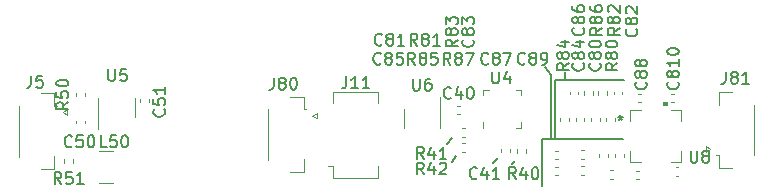
<source format=gbr>
%TF.GenerationSoftware,KiCad,Pcbnew,(6.0.0)*%
%TF.CreationDate,2022-04-23T18:16:59+01:00*%
%TF.ProjectId,pcb O,70636220-4f2e-46b6-9963-61645f706362,rev?*%
%TF.SameCoordinates,Original*%
%TF.FileFunction,Legend,Top*%
%TF.FilePolarity,Positive*%
%FSLAX46Y46*%
G04 Gerber Fmt 4.6, Leading zero omitted, Abs format (unit mm)*
G04 Created by KiCad (PCBNEW (6.0.0)) date 2022-04-23 18:16:59*
%MOMM*%
%LPD*%
G01*
G04 APERTURE LIST*
%ADD10C,0.150000*%
%ADD11C,0.120000*%
%ADD12C,0.100000*%
G04 APERTURE END LIST*
D10*
X112900000Y-116100000D02*
X112900000Y-111100000D01*
X107600000Y-118100000D02*
X108000000Y-117700000D01*
X112900000Y-111100000D02*
X118700000Y-111100000D01*
X111800000Y-116100000D02*
X112700000Y-116100000D01*
X112700000Y-116100000D02*
X118600000Y-116100000D01*
X111800000Y-117200000D02*
X111800000Y-116100000D01*
X113700000Y-110400000D02*
X113700000Y-111100000D01*
X111800000Y-120000000D02*
X111800000Y-117200000D01*
X104100000Y-118000000D02*
X104500000Y-117500000D01*
X109200000Y-118200000D02*
X109500000Y-117900000D01*
X112500000Y-116100000D02*
X112500000Y-110600000D01*
X103700000Y-116500000D02*
X104100000Y-116000000D01*
X112500000Y-110600000D02*
X112000000Y-110000000D01*
%TO.C,R51*%
X71057142Y-119852380D02*
X70723809Y-119376190D01*
X70485714Y-119852380D02*
X70485714Y-118852380D01*
X70866666Y-118852380D01*
X70961904Y-118900000D01*
X71009523Y-118947619D01*
X71057142Y-119042857D01*
X71057142Y-119185714D01*
X71009523Y-119280952D01*
X70961904Y-119328571D01*
X70866666Y-119376190D01*
X70485714Y-119376190D01*
X71961904Y-118852380D02*
X71485714Y-118852380D01*
X71438095Y-119328571D01*
X71485714Y-119280952D01*
X71580952Y-119233333D01*
X71819047Y-119233333D01*
X71914285Y-119280952D01*
X71961904Y-119328571D01*
X72009523Y-119423809D01*
X72009523Y-119661904D01*
X71961904Y-119757142D01*
X71914285Y-119804761D01*
X71819047Y-119852380D01*
X71580952Y-119852380D01*
X71485714Y-119804761D01*
X71438095Y-119757142D01*
X72961904Y-119852380D02*
X72390476Y-119852380D01*
X72676190Y-119852380D02*
X72676190Y-118852380D01*
X72580952Y-118995238D01*
X72485714Y-119090476D01*
X72390476Y-119138095D01*
%TO.C,C86*%
X115246730Y-106642857D02*
X115294349Y-106690476D01*
X115341968Y-106833333D01*
X115341968Y-106928571D01*
X115294349Y-107071428D01*
X115199111Y-107166666D01*
X115103873Y-107214285D01*
X114913397Y-107261904D01*
X114770540Y-107261904D01*
X114580064Y-107214285D01*
X114484826Y-107166666D01*
X114389588Y-107071428D01*
X114341968Y-106928571D01*
X114341968Y-106833333D01*
X114389588Y-106690476D01*
X114437207Y-106642857D01*
X114770540Y-106071428D02*
X114722921Y-106166666D01*
X114675302Y-106214285D01*
X114580064Y-106261904D01*
X114532445Y-106261904D01*
X114437207Y-106214285D01*
X114389588Y-106166666D01*
X114341968Y-106071428D01*
X114341968Y-105880952D01*
X114389588Y-105785714D01*
X114437207Y-105738095D01*
X114532445Y-105690476D01*
X114580064Y-105690476D01*
X114675302Y-105738095D01*
X114722921Y-105785714D01*
X114770540Y-105880952D01*
X114770540Y-106071428D01*
X114818159Y-106166666D01*
X114865778Y-106214285D01*
X114961016Y-106261904D01*
X115151492Y-106261904D01*
X115246730Y-106214285D01*
X115294349Y-106166666D01*
X115341968Y-106071428D01*
X115341968Y-105880952D01*
X115294349Y-105785714D01*
X115246730Y-105738095D01*
X115151492Y-105690476D01*
X114961016Y-105690476D01*
X114865778Y-105738095D01*
X114818159Y-105785714D01*
X114770540Y-105880952D01*
X114341968Y-104833333D02*
X114341968Y-105023809D01*
X114389588Y-105119047D01*
X114437207Y-105166666D01*
X114580064Y-105261904D01*
X114770540Y-105309523D01*
X115151492Y-105309523D01*
X115246730Y-105261904D01*
X115294349Y-105214285D01*
X115341968Y-105119047D01*
X115341968Y-104928571D01*
X115294349Y-104833333D01*
X115246730Y-104785714D01*
X115151492Y-104738095D01*
X114913397Y-104738095D01*
X114818159Y-104785714D01*
X114770540Y-104833333D01*
X114722921Y-104928571D01*
X114722921Y-105119047D01*
X114770540Y-105214285D01*
X114818159Y-105261904D01*
X114913397Y-105309523D01*
%TO.C,C80*%
X116646730Y-109642857D02*
X116694349Y-109690476D01*
X116741968Y-109833333D01*
X116741968Y-109928571D01*
X116694349Y-110071428D01*
X116599111Y-110166666D01*
X116503873Y-110214285D01*
X116313397Y-110261904D01*
X116170540Y-110261904D01*
X115980064Y-110214285D01*
X115884826Y-110166666D01*
X115789588Y-110071428D01*
X115741968Y-109928571D01*
X115741968Y-109833333D01*
X115789588Y-109690476D01*
X115837207Y-109642857D01*
X116170540Y-109071428D02*
X116122921Y-109166666D01*
X116075302Y-109214285D01*
X115980064Y-109261904D01*
X115932445Y-109261904D01*
X115837207Y-109214285D01*
X115789588Y-109166666D01*
X115741968Y-109071428D01*
X115741968Y-108880952D01*
X115789588Y-108785714D01*
X115837207Y-108738095D01*
X115932445Y-108690476D01*
X115980064Y-108690476D01*
X116075302Y-108738095D01*
X116122921Y-108785714D01*
X116170540Y-108880952D01*
X116170540Y-109071428D01*
X116218159Y-109166666D01*
X116265778Y-109214285D01*
X116361016Y-109261904D01*
X116551492Y-109261904D01*
X116646730Y-109214285D01*
X116694349Y-109166666D01*
X116741968Y-109071428D01*
X116741968Y-108880952D01*
X116694349Y-108785714D01*
X116646730Y-108738095D01*
X116551492Y-108690476D01*
X116361016Y-108690476D01*
X116265778Y-108738095D01*
X116218159Y-108785714D01*
X116170540Y-108880952D01*
X115741968Y-108071428D02*
X115741968Y-107976190D01*
X115789588Y-107880952D01*
X115837207Y-107833333D01*
X115932445Y-107785714D01*
X116122921Y-107738095D01*
X116361016Y-107738095D01*
X116551492Y-107785714D01*
X116646730Y-107833333D01*
X116694349Y-107880952D01*
X116741968Y-107976190D01*
X116741968Y-108071428D01*
X116694349Y-108166666D01*
X116646730Y-108214285D01*
X116551492Y-108261904D01*
X116361016Y-108309523D01*
X116122921Y-108309523D01*
X115932445Y-108261904D01*
X115837207Y-108214285D01*
X115789588Y-108166666D01*
X115741968Y-108071428D01*
%TO.C,J5*%
X68496666Y-110712380D02*
X68496666Y-111426666D01*
X68449047Y-111569523D01*
X68353809Y-111664761D01*
X68210952Y-111712380D01*
X68115714Y-111712380D01*
X69449047Y-110712380D02*
X68972857Y-110712380D01*
X68925238Y-111188571D01*
X68972857Y-111140952D01*
X69068095Y-111093333D01*
X69306190Y-111093333D01*
X69401428Y-111140952D01*
X69449047Y-111188571D01*
X69496666Y-111283809D01*
X69496666Y-111521904D01*
X69449047Y-111617142D01*
X69401428Y-111664761D01*
X69306190Y-111712380D01*
X69068095Y-111712380D01*
X68972857Y-111664761D01*
X68925238Y-111617142D01*
%TO.C,J11*%
X95190476Y-110752380D02*
X95190476Y-111466666D01*
X95142857Y-111609523D01*
X95047619Y-111704761D01*
X94904761Y-111752380D01*
X94809523Y-111752380D01*
X96190476Y-111752380D02*
X95619047Y-111752380D01*
X95904761Y-111752380D02*
X95904761Y-110752380D01*
X95809523Y-110895238D01*
X95714285Y-110990476D01*
X95619047Y-111038095D01*
X97142857Y-111752380D02*
X96571428Y-111752380D01*
X96857142Y-111752380D02*
X96857142Y-110752380D01*
X96761904Y-110895238D01*
X96666666Y-110990476D01*
X96571428Y-111038095D01*
%TO.C,R80*%
X118141968Y-109642857D02*
X117665778Y-109976190D01*
X118141968Y-110214285D02*
X117141968Y-110214285D01*
X117141968Y-109833333D01*
X117189588Y-109738095D01*
X117237207Y-109690476D01*
X117332445Y-109642857D01*
X117475302Y-109642857D01*
X117570540Y-109690476D01*
X117618159Y-109738095D01*
X117665778Y-109833333D01*
X117665778Y-110214285D01*
X117570540Y-109071428D02*
X117522921Y-109166666D01*
X117475302Y-109214285D01*
X117380064Y-109261904D01*
X117332445Y-109261904D01*
X117237207Y-109214285D01*
X117189588Y-109166666D01*
X117141968Y-109071428D01*
X117141968Y-108880952D01*
X117189588Y-108785714D01*
X117237207Y-108738095D01*
X117332445Y-108690476D01*
X117380064Y-108690476D01*
X117475302Y-108738095D01*
X117522921Y-108785714D01*
X117570540Y-108880952D01*
X117570540Y-109071428D01*
X117618159Y-109166666D01*
X117665778Y-109214285D01*
X117761016Y-109261904D01*
X117951492Y-109261904D01*
X118046730Y-109214285D01*
X118094349Y-109166666D01*
X118141968Y-109071428D01*
X118141968Y-108880952D01*
X118094349Y-108785714D01*
X118046730Y-108738095D01*
X117951492Y-108690476D01*
X117761016Y-108690476D01*
X117665778Y-108738095D01*
X117618159Y-108785714D01*
X117570540Y-108880952D01*
X117141968Y-108071428D02*
X117141968Y-107976190D01*
X117189588Y-107880952D01*
X117237207Y-107833333D01*
X117332445Y-107785714D01*
X117522921Y-107738095D01*
X117761016Y-107738095D01*
X117951492Y-107785714D01*
X118046730Y-107833333D01*
X118094349Y-107880952D01*
X118141968Y-107976190D01*
X118141968Y-108071428D01*
X118094349Y-108166666D01*
X118046730Y-108214285D01*
X117951492Y-108261904D01*
X117761016Y-108309523D01*
X117522921Y-108309523D01*
X117332445Y-108261904D01*
X117237207Y-108214285D01*
X117189588Y-108166666D01*
X117141968Y-108071428D01*
%TO.C,R42*%
X101757142Y-119052380D02*
X101423809Y-118576190D01*
X101185714Y-119052380D02*
X101185714Y-118052380D01*
X101566666Y-118052380D01*
X101661904Y-118100000D01*
X101709523Y-118147619D01*
X101757142Y-118242857D01*
X101757142Y-118385714D01*
X101709523Y-118480952D01*
X101661904Y-118528571D01*
X101566666Y-118576190D01*
X101185714Y-118576190D01*
X102614285Y-118385714D02*
X102614285Y-119052380D01*
X102376190Y-118004761D02*
X102138095Y-118719047D01*
X102757142Y-118719047D01*
X103090476Y-118147619D02*
X103138095Y-118100000D01*
X103233333Y-118052380D01*
X103471428Y-118052380D01*
X103566666Y-118100000D01*
X103614285Y-118147619D01*
X103661904Y-118242857D01*
X103661904Y-118338095D01*
X103614285Y-118480952D01*
X103042857Y-119052380D01*
X103661904Y-119052380D01*
%TO.C,R41*%
X101757142Y-117752380D02*
X101423809Y-117276190D01*
X101185714Y-117752380D02*
X101185714Y-116752380D01*
X101566666Y-116752380D01*
X101661904Y-116800000D01*
X101709523Y-116847619D01*
X101757142Y-116942857D01*
X101757142Y-117085714D01*
X101709523Y-117180952D01*
X101661904Y-117228571D01*
X101566666Y-117276190D01*
X101185714Y-117276190D01*
X102614285Y-117085714D02*
X102614285Y-117752380D01*
X102376190Y-116704761D02*
X102138095Y-117419047D01*
X102757142Y-117419047D01*
X103661904Y-117752380D02*
X103090476Y-117752380D01*
X103376190Y-117752380D02*
X103376190Y-116752380D01*
X103280952Y-116895238D01*
X103185714Y-116990476D01*
X103090476Y-117038095D01*
%TO.C,L50*%
X74907142Y-116752380D02*
X74430952Y-116752380D01*
X74430952Y-115752380D01*
X75716666Y-115752380D02*
X75240476Y-115752380D01*
X75192857Y-116228571D01*
X75240476Y-116180952D01*
X75335714Y-116133333D01*
X75573809Y-116133333D01*
X75669047Y-116180952D01*
X75716666Y-116228571D01*
X75764285Y-116323809D01*
X75764285Y-116561904D01*
X75716666Y-116657142D01*
X75669047Y-116704761D01*
X75573809Y-116752380D01*
X75335714Y-116752380D01*
X75240476Y-116704761D01*
X75192857Y-116657142D01*
X76383333Y-115752380D02*
X76478571Y-115752380D01*
X76573809Y-115800000D01*
X76621428Y-115847619D01*
X76669047Y-115942857D01*
X76716666Y-116133333D01*
X76716666Y-116371428D01*
X76669047Y-116561904D01*
X76621428Y-116657142D01*
X76573809Y-116704761D01*
X76478571Y-116752380D01*
X76383333Y-116752380D01*
X76288095Y-116704761D01*
X76240476Y-116657142D01*
X76192857Y-116561904D01*
X76145238Y-116371428D01*
X76145238Y-116133333D01*
X76192857Y-115942857D01*
X76240476Y-115847619D01*
X76288095Y-115800000D01*
X76383333Y-115752380D01*
%TO.C,C85*%
X98112963Y-109657142D02*
X98065344Y-109704761D01*
X97922487Y-109752380D01*
X97827249Y-109752380D01*
X97684392Y-109704761D01*
X97589154Y-109609523D01*
X97541535Y-109514285D01*
X97493916Y-109323809D01*
X97493916Y-109180952D01*
X97541535Y-108990476D01*
X97589154Y-108895238D01*
X97684392Y-108800000D01*
X97827249Y-108752380D01*
X97922487Y-108752380D01*
X98065344Y-108800000D01*
X98112963Y-108847619D01*
X98684392Y-109180952D02*
X98589154Y-109133333D01*
X98541535Y-109085714D01*
X98493916Y-108990476D01*
X98493916Y-108942857D01*
X98541535Y-108847619D01*
X98589154Y-108800000D01*
X98684392Y-108752380D01*
X98874868Y-108752380D01*
X98970106Y-108800000D01*
X99017725Y-108847619D01*
X99065344Y-108942857D01*
X99065344Y-108990476D01*
X99017725Y-109085714D01*
X98970106Y-109133333D01*
X98874868Y-109180952D01*
X98684392Y-109180952D01*
X98589154Y-109228571D01*
X98541535Y-109276190D01*
X98493916Y-109371428D01*
X98493916Y-109561904D01*
X98541535Y-109657142D01*
X98589154Y-109704761D01*
X98684392Y-109752380D01*
X98874868Y-109752380D01*
X98970106Y-109704761D01*
X99017725Y-109657142D01*
X99065344Y-109561904D01*
X99065344Y-109371428D01*
X99017725Y-109276190D01*
X98970106Y-109228571D01*
X98874868Y-109180952D01*
X99970106Y-108752380D02*
X99493916Y-108752380D01*
X99446297Y-109228571D01*
X99493916Y-109180952D01*
X99589154Y-109133333D01*
X99827249Y-109133333D01*
X99922487Y-109180952D01*
X99970106Y-109228571D01*
X100017725Y-109323809D01*
X100017725Y-109561904D01*
X99970106Y-109657142D01*
X99922487Y-109704761D01*
X99827249Y-109752380D01*
X99589154Y-109752380D01*
X99493916Y-109704761D01*
X99446297Y-109657142D01*
%TO.C,C83*%
X105912963Y-107642857D02*
X105960582Y-107690476D01*
X106008201Y-107833333D01*
X106008201Y-107928571D01*
X105960582Y-108071428D01*
X105865344Y-108166666D01*
X105770106Y-108214285D01*
X105579630Y-108261904D01*
X105436773Y-108261904D01*
X105246297Y-108214285D01*
X105151059Y-108166666D01*
X105055821Y-108071428D01*
X105008201Y-107928571D01*
X105008201Y-107833333D01*
X105055821Y-107690476D01*
X105103440Y-107642857D01*
X105436773Y-107071428D02*
X105389154Y-107166666D01*
X105341535Y-107214285D01*
X105246297Y-107261904D01*
X105198678Y-107261904D01*
X105103440Y-107214285D01*
X105055821Y-107166666D01*
X105008201Y-107071428D01*
X105008201Y-106880952D01*
X105055821Y-106785714D01*
X105103440Y-106738095D01*
X105198678Y-106690476D01*
X105246297Y-106690476D01*
X105341535Y-106738095D01*
X105389154Y-106785714D01*
X105436773Y-106880952D01*
X105436773Y-107071428D01*
X105484392Y-107166666D01*
X105532011Y-107214285D01*
X105627249Y-107261904D01*
X105817725Y-107261904D01*
X105912963Y-107214285D01*
X105960582Y-107166666D01*
X106008201Y-107071428D01*
X106008201Y-106880952D01*
X105960582Y-106785714D01*
X105912963Y-106738095D01*
X105817725Y-106690476D01*
X105627249Y-106690476D01*
X105532011Y-106738095D01*
X105484392Y-106785714D01*
X105436773Y-106880952D01*
X105008201Y-106357142D02*
X105008201Y-105738095D01*
X105389154Y-106071428D01*
X105389154Y-105928571D01*
X105436773Y-105833333D01*
X105484392Y-105785714D01*
X105579630Y-105738095D01*
X105817725Y-105738095D01*
X105912963Y-105785714D01*
X105960582Y-105833333D01*
X106008201Y-105928571D01*
X106008201Y-106214285D01*
X105960582Y-106309523D01*
X105912963Y-106357142D01*
%TO.C,J80*%
X89050476Y-110872380D02*
X89050476Y-111586666D01*
X89002857Y-111729523D01*
X88907619Y-111824761D01*
X88764761Y-111872380D01*
X88669523Y-111872380D01*
X89669523Y-111300952D02*
X89574285Y-111253333D01*
X89526666Y-111205714D01*
X89479047Y-111110476D01*
X89479047Y-111062857D01*
X89526666Y-110967619D01*
X89574285Y-110920000D01*
X89669523Y-110872380D01*
X89860000Y-110872380D01*
X89955238Y-110920000D01*
X90002857Y-110967619D01*
X90050476Y-111062857D01*
X90050476Y-111110476D01*
X90002857Y-111205714D01*
X89955238Y-111253333D01*
X89860000Y-111300952D01*
X89669523Y-111300952D01*
X89574285Y-111348571D01*
X89526666Y-111396190D01*
X89479047Y-111491428D01*
X89479047Y-111681904D01*
X89526666Y-111777142D01*
X89574285Y-111824761D01*
X89669523Y-111872380D01*
X89860000Y-111872380D01*
X89955238Y-111824761D01*
X90002857Y-111777142D01*
X90050476Y-111681904D01*
X90050476Y-111491428D01*
X90002857Y-111396190D01*
X89955238Y-111348571D01*
X89860000Y-111300952D01*
X90669523Y-110872380D02*
X90764761Y-110872380D01*
X90860000Y-110920000D01*
X90907619Y-110967619D01*
X90955238Y-111062857D01*
X91002857Y-111253333D01*
X91002857Y-111491428D01*
X90955238Y-111681904D01*
X90907619Y-111777142D01*
X90860000Y-111824761D01*
X90764761Y-111872380D01*
X90669523Y-111872380D01*
X90574285Y-111824761D01*
X90526666Y-111777142D01*
X90479047Y-111681904D01*
X90431428Y-111491428D01*
X90431428Y-111253333D01*
X90479047Y-111062857D01*
X90526666Y-110967619D01*
X90574285Y-110920000D01*
X90669523Y-110872380D01*
%TO.C,R82*%
X118341968Y-106642857D02*
X117865778Y-106976190D01*
X118341968Y-107214285D02*
X117341968Y-107214285D01*
X117341968Y-106833333D01*
X117389588Y-106738095D01*
X117437207Y-106690476D01*
X117532445Y-106642857D01*
X117675302Y-106642857D01*
X117770540Y-106690476D01*
X117818159Y-106738095D01*
X117865778Y-106833333D01*
X117865778Y-107214285D01*
X117770540Y-106071428D02*
X117722921Y-106166666D01*
X117675302Y-106214285D01*
X117580064Y-106261904D01*
X117532445Y-106261904D01*
X117437207Y-106214285D01*
X117389588Y-106166666D01*
X117341968Y-106071428D01*
X117341968Y-105880952D01*
X117389588Y-105785714D01*
X117437207Y-105738095D01*
X117532445Y-105690476D01*
X117580064Y-105690476D01*
X117675302Y-105738095D01*
X117722921Y-105785714D01*
X117770540Y-105880952D01*
X117770540Y-106071428D01*
X117818159Y-106166666D01*
X117865778Y-106214285D01*
X117961016Y-106261904D01*
X118151492Y-106261904D01*
X118246730Y-106214285D01*
X118294349Y-106166666D01*
X118341968Y-106071428D01*
X118341968Y-105880952D01*
X118294349Y-105785714D01*
X118246730Y-105738095D01*
X118151492Y-105690476D01*
X117961016Y-105690476D01*
X117865778Y-105738095D01*
X117818159Y-105785714D01*
X117770540Y-105880952D01*
X117437207Y-105309523D02*
X117389588Y-105261904D01*
X117341968Y-105166666D01*
X117341968Y-104928571D01*
X117389588Y-104833333D01*
X117437207Y-104785714D01*
X117532445Y-104738095D01*
X117627683Y-104738095D01*
X117770540Y-104785714D01*
X118341968Y-105357142D01*
X118341968Y-104738095D01*
%TO.C,R87*%
X104012963Y-109752380D02*
X103679630Y-109276190D01*
X103441535Y-109752380D02*
X103441535Y-108752380D01*
X103822487Y-108752380D01*
X103917725Y-108800000D01*
X103965344Y-108847619D01*
X104012963Y-108942857D01*
X104012963Y-109085714D01*
X103965344Y-109180952D01*
X103917725Y-109228571D01*
X103822487Y-109276190D01*
X103441535Y-109276190D01*
X104584392Y-109180952D02*
X104489154Y-109133333D01*
X104441535Y-109085714D01*
X104393916Y-108990476D01*
X104393916Y-108942857D01*
X104441535Y-108847619D01*
X104489154Y-108800000D01*
X104584392Y-108752380D01*
X104774868Y-108752380D01*
X104870106Y-108800000D01*
X104917725Y-108847619D01*
X104965344Y-108942857D01*
X104965344Y-108990476D01*
X104917725Y-109085714D01*
X104870106Y-109133333D01*
X104774868Y-109180952D01*
X104584392Y-109180952D01*
X104489154Y-109228571D01*
X104441535Y-109276190D01*
X104393916Y-109371428D01*
X104393916Y-109561904D01*
X104441535Y-109657142D01*
X104489154Y-109704761D01*
X104584392Y-109752380D01*
X104774868Y-109752380D01*
X104870106Y-109704761D01*
X104917725Y-109657142D01*
X104965344Y-109561904D01*
X104965344Y-109371428D01*
X104917725Y-109276190D01*
X104870106Y-109228571D01*
X104774868Y-109180952D01*
X105298678Y-108752380D02*
X105965344Y-108752380D01*
X105536773Y-109752380D01*
%TO.C,U8*%
X124338095Y-117052380D02*
X124338095Y-117861904D01*
X124385714Y-117957142D01*
X124433333Y-118004761D01*
X124528571Y-118052380D01*
X124719047Y-118052380D01*
X124814285Y-118004761D01*
X124861904Y-117957142D01*
X124909523Y-117861904D01*
X124909523Y-117052380D01*
X125528571Y-117480952D02*
X125433333Y-117433333D01*
X125385714Y-117385714D01*
X125338095Y-117290476D01*
X125338095Y-117242857D01*
X125385714Y-117147619D01*
X125433333Y-117100000D01*
X125528571Y-117052380D01*
X125719047Y-117052380D01*
X125814285Y-117100000D01*
X125861904Y-117147619D01*
X125909523Y-117242857D01*
X125909523Y-117290476D01*
X125861904Y-117385714D01*
X125814285Y-117433333D01*
X125719047Y-117480952D01*
X125528571Y-117480952D01*
X125433333Y-117528571D01*
X125385714Y-117576190D01*
X125338095Y-117671428D01*
X125338095Y-117861904D01*
X125385714Y-117957142D01*
X125433333Y-118004761D01*
X125528571Y-118052380D01*
X125719047Y-118052380D01*
X125814285Y-118004761D01*
X125861904Y-117957142D01*
X125909523Y-117861904D01*
X125909523Y-117671428D01*
X125861904Y-117576190D01*
X125814285Y-117528571D01*
X125719047Y-117480952D01*
X118405088Y-114052380D02*
X118405088Y-114290476D01*
X118166992Y-114195238D02*
X118405088Y-114290476D01*
X118643183Y-114195238D01*
X118262230Y-114480952D02*
X118405088Y-114290476D01*
X118547945Y-114480952D01*
X118405088Y-114052380D02*
X118405088Y-114290476D01*
X118166992Y-114195238D02*
X118405088Y-114290476D01*
X118643183Y-114195238D01*
X118262230Y-114480952D02*
X118405088Y-114290476D01*
X118547945Y-114480952D01*
%TO.C,U6*%
X100838095Y-110952380D02*
X100838095Y-111761904D01*
X100885714Y-111857142D01*
X100933333Y-111904761D01*
X101028571Y-111952380D01*
X101219047Y-111952380D01*
X101314285Y-111904761D01*
X101361904Y-111857142D01*
X101409523Y-111761904D01*
X101409523Y-110952380D01*
X102314285Y-110952380D02*
X102123809Y-110952380D01*
X102028571Y-111000000D01*
X101980952Y-111047619D01*
X101885714Y-111190476D01*
X101838095Y-111380952D01*
X101838095Y-111761904D01*
X101885714Y-111857142D01*
X101933333Y-111904761D01*
X102028571Y-111952380D01*
X102219047Y-111952380D01*
X102314285Y-111904761D01*
X102361904Y-111857142D01*
X102409523Y-111761904D01*
X102409523Y-111523809D01*
X102361904Y-111428571D01*
X102314285Y-111380952D01*
X102219047Y-111333333D01*
X102028571Y-111333333D01*
X101933333Y-111380952D01*
X101885714Y-111428571D01*
X101838095Y-111523809D01*
%TO.C,R84*%
X114041968Y-109642857D02*
X113565778Y-109976190D01*
X114041968Y-110214285D02*
X113041968Y-110214285D01*
X113041968Y-109833333D01*
X113089588Y-109738095D01*
X113137207Y-109690476D01*
X113232445Y-109642857D01*
X113375302Y-109642857D01*
X113470540Y-109690476D01*
X113518159Y-109738095D01*
X113565778Y-109833333D01*
X113565778Y-110214285D01*
X113470540Y-109071428D02*
X113422921Y-109166666D01*
X113375302Y-109214285D01*
X113280064Y-109261904D01*
X113232445Y-109261904D01*
X113137207Y-109214285D01*
X113089588Y-109166666D01*
X113041968Y-109071428D01*
X113041968Y-108880952D01*
X113089588Y-108785714D01*
X113137207Y-108738095D01*
X113232445Y-108690476D01*
X113280064Y-108690476D01*
X113375302Y-108738095D01*
X113422921Y-108785714D01*
X113470540Y-108880952D01*
X113470540Y-109071428D01*
X113518159Y-109166666D01*
X113565778Y-109214285D01*
X113661016Y-109261904D01*
X113851492Y-109261904D01*
X113946730Y-109214285D01*
X113994349Y-109166666D01*
X114041968Y-109071428D01*
X114041968Y-108880952D01*
X113994349Y-108785714D01*
X113946730Y-108738095D01*
X113851492Y-108690476D01*
X113661016Y-108690476D01*
X113565778Y-108738095D01*
X113518159Y-108785714D01*
X113470540Y-108880952D01*
X113375302Y-107833333D02*
X114041968Y-107833333D01*
X112994349Y-108071428D02*
X113708635Y-108309523D01*
X113708635Y-107690476D01*
%TO.C,R81*%
X101212963Y-108152380D02*
X100879630Y-107676190D01*
X100641535Y-108152380D02*
X100641535Y-107152380D01*
X101022487Y-107152380D01*
X101117725Y-107200000D01*
X101165344Y-107247619D01*
X101212963Y-107342857D01*
X101212963Y-107485714D01*
X101165344Y-107580952D01*
X101117725Y-107628571D01*
X101022487Y-107676190D01*
X100641535Y-107676190D01*
X101784392Y-107580952D02*
X101689154Y-107533333D01*
X101641535Y-107485714D01*
X101593916Y-107390476D01*
X101593916Y-107342857D01*
X101641535Y-107247619D01*
X101689154Y-107200000D01*
X101784392Y-107152380D01*
X101974868Y-107152380D01*
X102070106Y-107200000D01*
X102117725Y-107247619D01*
X102165344Y-107342857D01*
X102165344Y-107390476D01*
X102117725Y-107485714D01*
X102070106Y-107533333D01*
X101974868Y-107580952D01*
X101784392Y-107580952D01*
X101689154Y-107628571D01*
X101641535Y-107676190D01*
X101593916Y-107771428D01*
X101593916Y-107961904D01*
X101641535Y-108057142D01*
X101689154Y-108104761D01*
X101784392Y-108152380D01*
X101974868Y-108152380D01*
X102070106Y-108104761D01*
X102117725Y-108057142D01*
X102165344Y-107961904D01*
X102165344Y-107771428D01*
X102117725Y-107676190D01*
X102070106Y-107628571D01*
X101974868Y-107580952D01*
X103117725Y-108152380D02*
X102546297Y-108152380D01*
X102832011Y-108152380D02*
X102832011Y-107152380D01*
X102736773Y-107295238D01*
X102641535Y-107390476D01*
X102546297Y-107438095D01*
%TO.C,U4*%
X107538095Y-110352380D02*
X107538095Y-111161904D01*
X107585714Y-111257142D01*
X107633333Y-111304761D01*
X107728571Y-111352380D01*
X107919047Y-111352380D01*
X108014285Y-111304761D01*
X108061904Y-111257142D01*
X108109523Y-111161904D01*
X108109523Y-110352380D01*
X109014285Y-110685714D02*
X109014285Y-111352380D01*
X108776190Y-110304761D02*
X108538095Y-111019047D01*
X109157142Y-111019047D01*
%TO.C,C89*%
X110312963Y-109657142D02*
X110265344Y-109704761D01*
X110122487Y-109752380D01*
X110027249Y-109752380D01*
X109884392Y-109704761D01*
X109789154Y-109609523D01*
X109741535Y-109514285D01*
X109693916Y-109323809D01*
X109693916Y-109180952D01*
X109741535Y-108990476D01*
X109789154Y-108895238D01*
X109884392Y-108800000D01*
X110027249Y-108752380D01*
X110122487Y-108752380D01*
X110265344Y-108800000D01*
X110312963Y-108847619D01*
X110884392Y-109180952D02*
X110789154Y-109133333D01*
X110741535Y-109085714D01*
X110693916Y-108990476D01*
X110693916Y-108942857D01*
X110741535Y-108847619D01*
X110789154Y-108800000D01*
X110884392Y-108752380D01*
X111074868Y-108752380D01*
X111170106Y-108800000D01*
X111217725Y-108847619D01*
X111265344Y-108942857D01*
X111265344Y-108990476D01*
X111217725Y-109085714D01*
X111170106Y-109133333D01*
X111074868Y-109180952D01*
X110884392Y-109180952D01*
X110789154Y-109228571D01*
X110741535Y-109276190D01*
X110693916Y-109371428D01*
X110693916Y-109561904D01*
X110741535Y-109657142D01*
X110789154Y-109704761D01*
X110884392Y-109752380D01*
X111074868Y-109752380D01*
X111170106Y-109704761D01*
X111217725Y-109657142D01*
X111265344Y-109561904D01*
X111265344Y-109371428D01*
X111217725Y-109276190D01*
X111170106Y-109228571D01*
X111074868Y-109180952D01*
X111741535Y-109752380D02*
X111932011Y-109752380D01*
X112027249Y-109704761D01*
X112074868Y-109657142D01*
X112170106Y-109514285D01*
X112217725Y-109323809D01*
X112217725Y-108942857D01*
X112170106Y-108847619D01*
X112122487Y-108800000D01*
X112027249Y-108752380D01*
X111836773Y-108752380D01*
X111741535Y-108800000D01*
X111693916Y-108847619D01*
X111646297Y-108942857D01*
X111646297Y-109180952D01*
X111693916Y-109276190D01*
X111741535Y-109323809D01*
X111836773Y-109371428D01*
X112027249Y-109371428D01*
X112122487Y-109323809D01*
X112170106Y-109276190D01*
X112217725Y-109180952D01*
%TO.C,C40*%
X104057142Y-112557142D02*
X104009523Y-112604761D01*
X103866666Y-112652380D01*
X103771428Y-112652380D01*
X103628571Y-112604761D01*
X103533333Y-112509523D01*
X103485714Y-112414285D01*
X103438095Y-112223809D01*
X103438095Y-112080952D01*
X103485714Y-111890476D01*
X103533333Y-111795238D01*
X103628571Y-111700000D01*
X103771428Y-111652380D01*
X103866666Y-111652380D01*
X104009523Y-111700000D01*
X104057142Y-111747619D01*
X104914285Y-111985714D02*
X104914285Y-112652380D01*
X104676190Y-111604761D02*
X104438095Y-112319047D01*
X105057142Y-112319047D01*
X105628571Y-111652380D02*
X105723809Y-111652380D01*
X105819047Y-111700000D01*
X105866666Y-111747619D01*
X105914285Y-111842857D01*
X105961904Y-112033333D01*
X105961904Y-112271428D01*
X105914285Y-112461904D01*
X105866666Y-112557142D01*
X105819047Y-112604761D01*
X105723809Y-112652380D01*
X105628571Y-112652380D01*
X105533333Y-112604761D01*
X105485714Y-112557142D01*
X105438095Y-112461904D01*
X105390476Y-112271428D01*
X105390476Y-112033333D01*
X105438095Y-111842857D01*
X105485714Y-111747619D01*
X105533333Y-111700000D01*
X105628571Y-111652380D01*
%TO.C,U5*%
X75038095Y-110152380D02*
X75038095Y-110961904D01*
X75085714Y-111057142D01*
X75133333Y-111104761D01*
X75228571Y-111152380D01*
X75419047Y-111152380D01*
X75514285Y-111104761D01*
X75561904Y-111057142D01*
X75609523Y-110961904D01*
X75609523Y-110152380D01*
X76561904Y-110152380D02*
X76085714Y-110152380D01*
X76038095Y-110628571D01*
X76085714Y-110580952D01*
X76180952Y-110533333D01*
X76419047Y-110533333D01*
X76514285Y-110580952D01*
X76561904Y-110628571D01*
X76609523Y-110723809D01*
X76609523Y-110961904D01*
X76561904Y-111057142D01*
X76514285Y-111104761D01*
X76419047Y-111152380D01*
X76180952Y-111152380D01*
X76085714Y-111104761D01*
X76038095Y-111057142D01*
%TO.C,R83*%
X104608201Y-107642857D02*
X104132011Y-107976190D01*
X104608201Y-108214285D02*
X103608201Y-108214285D01*
X103608201Y-107833333D01*
X103655821Y-107738095D01*
X103703440Y-107690476D01*
X103798678Y-107642857D01*
X103941535Y-107642857D01*
X104036773Y-107690476D01*
X104084392Y-107738095D01*
X104132011Y-107833333D01*
X104132011Y-108214285D01*
X104036773Y-107071428D02*
X103989154Y-107166666D01*
X103941535Y-107214285D01*
X103846297Y-107261904D01*
X103798678Y-107261904D01*
X103703440Y-107214285D01*
X103655821Y-107166666D01*
X103608201Y-107071428D01*
X103608201Y-106880952D01*
X103655821Y-106785714D01*
X103703440Y-106738095D01*
X103798678Y-106690476D01*
X103846297Y-106690476D01*
X103941535Y-106738095D01*
X103989154Y-106785714D01*
X104036773Y-106880952D01*
X104036773Y-107071428D01*
X104084392Y-107166666D01*
X104132011Y-107214285D01*
X104227249Y-107261904D01*
X104417725Y-107261904D01*
X104512963Y-107214285D01*
X104560582Y-107166666D01*
X104608201Y-107071428D01*
X104608201Y-106880952D01*
X104560582Y-106785714D01*
X104512963Y-106738095D01*
X104417725Y-106690476D01*
X104227249Y-106690476D01*
X104132011Y-106738095D01*
X104084392Y-106785714D01*
X104036773Y-106880952D01*
X103608201Y-106357142D02*
X103608201Y-105738095D01*
X103989154Y-106071428D01*
X103989154Y-105928571D01*
X104036773Y-105833333D01*
X104084392Y-105785714D01*
X104179630Y-105738095D01*
X104417725Y-105738095D01*
X104512963Y-105785714D01*
X104560582Y-105833333D01*
X104608201Y-105928571D01*
X104608201Y-106214285D01*
X104560582Y-106309523D01*
X104512963Y-106357142D01*
%TO.C,R40*%
X109557142Y-119452380D02*
X109223809Y-118976190D01*
X108985714Y-119452380D02*
X108985714Y-118452380D01*
X109366666Y-118452380D01*
X109461904Y-118500000D01*
X109509523Y-118547619D01*
X109557142Y-118642857D01*
X109557142Y-118785714D01*
X109509523Y-118880952D01*
X109461904Y-118928571D01*
X109366666Y-118976190D01*
X108985714Y-118976190D01*
X110414285Y-118785714D02*
X110414285Y-119452380D01*
X110176190Y-118404761D02*
X109938095Y-119119047D01*
X110557142Y-119119047D01*
X111128571Y-118452380D02*
X111223809Y-118452380D01*
X111319047Y-118500000D01*
X111366666Y-118547619D01*
X111414285Y-118642857D01*
X111461904Y-118833333D01*
X111461904Y-119071428D01*
X111414285Y-119261904D01*
X111366666Y-119357142D01*
X111319047Y-119404761D01*
X111223809Y-119452380D01*
X111128571Y-119452380D01*
X111033333Y-119404761D01*
X110985714Y-119357142D01*
X110938095Y-119261904D01*
X110890476Y-119071428D01*
X110890476Y-118833333D01*
X110938095Y-118642857D01*
X110985714Y-118547619D01*
X111033333Y-118500000D01*
X111128571Y-118452380D01*
%TO.C,C50*%
X71957142Y-116657142D02*
X71909523Y-116704761D01*
X71766666Y-116752380D01*
X71671428Y-116752380D01*
X71528571Y-116704761D01*
X71433333Y-116609523D01*
X71385714Y-116514285D01*
X71338095Y-116323809D01*
X71338095Y-116180952D01*
X71385714Y-115990476D01*
X71433333Y-115895238D01*
X71528571Y-115800000D01*
X71671428Y-115752380D01*
X71766666Y-115752380D01*
X71909523Y-115800000D01*
X71957142Y-115847619D01*
X72861904Y-115752380D02*
X72385714Y-115752380D01*
X72338095Y-116228571D01*
X72385714Y-116180952D01*
X72480952Y-116133333D01*
X72719047Y-116133333D01*
X72814285Y-116180952D01*
X72861904Y-116228571D01*
X72909523Y-116323809D01*
X72909523Y-116561904D01*
X72861904Y-116657142D01*
X72814285Y-116704761D01*
X72719047Y-116752380D01*
X72480952Y-116752380D01*
X72385714Y-116704761D01*
X72338095Y-116657142D01*
X73528571Y-115752380D02*
X73623809Y-115752380D01*
X73719047Y-115800000D01*
X73766666Y-115847619D01*
X73814285Y-115942857D01*
X73861904Y-116133333D01*
X73861904Y-116371428D01*
X73814285Y-116561904D01*
X73766666Y-116657142D01*
X73719047Y-116704761D01*
X73623809Y-116752380D01*
X73528571Y-116752380D01*
X73433333Y-116704761D01*
X73385714Y-116657142D01*
X73338095Y-116561904D01*
X73290476Y-116371428D01*
X73290476Y-116133333D01*
X73338095Y-115942857D01*
X73385714Y-115847619D01*
X73433333Y-115800000D01*
X73528571Y-115752380D01*
%TO.C,R50*%
X71652380Y-112942857D02*
X71176190Y-113276190D01*
X71652380Y-113514285D02*
X70652380Y-113514285D01*
X70652380Y-113133333D01*
X70700000Y-113038095D01*
X70747619Y-112990476D01*
X70842857Y-112942857D01*
X70985714Y-112942857D01*
X71080952Y-112990476D01*
X71128571Y-113038095D01*
X71176190Y-113133333D01*
X71176190Y-113514285D01*
X70652380Y-112038095D02*
X70652380Y-112514285D01*
X71128571Y-112561904D01*
X71080952Y-112514285D01*
X71033333Y-112419047D01*
X71033333Y-112180952D01*
X71080952Y-112085714D01*
X71128571Y-112038095D01*
X71223809Y-111990476D01*
X71461904Y-111990476D01*
X71557142Y-112038095D01*
X71604761Y-112085714D01*
X71652380Y-112180952D01*
X71652380Y-112419047D01*
X71604761Y-112514285D01*
X71557142Y-112561904D01*
X70652380Y-111371428D02*
X70652380Y-111276190D01*
X70700000Y-111180952D01*
X70747619Y-111133333D01*
X70842857Y-111085714D01*
X71033333Y-111038095D01*
X71271428Y-111038095D01*
X71461904Y-111085714D01*
X71557142Y-111133333D01*
X71604761Y-111180952D01*
X71652380Y-111276190D01*
X71652380Y-111371428D01*
X71604761Y-111466666D01*
X71557142Y-111514285D01*
X71461904Y-111561904D01*
X71271428Y-111609523D01*
X71033333Y-111609523D01*
X70842857Y-111561904D01*
X70747619Y-111514285D01*
X70700000Y-111466666D01*
X70652380Y-111371428D01*
%TO.C,C82*%
X119746730Y-106742857D02*
X119794349Y-106790476D01*
X119841968Y-106933333D01*
X119841968Y-107028571D01*
X119794349Y-107171428D01*
X119699111Y-107266666D01*
X119603873Y-107314285D01*
X119413397Y-107361904D01*
X119270540Y-107361904D01*
X119080064Y-107314285D01*
X118984826Y-107266666D01*
X118889588Y-107171428D01*
X118841968Y-107028571D01*
X118841968Y-106933333D01*
X118889588Y-106790476D01*
X118937207Y-106742857D01*
X119270540Y-106171428D02*
X119222921Y-106266666D01*
X119175302Y-106314285D01*
X119080064Y-106361904D01*
X119032445Y-106361904D01*
X118937207Y-106314285D01*
X118889588Y-106266666D01*
X118841968Y-106171428D01*
X118841968Y-105980952D01*
X118889588Y-105885714D01*
X118937207Y-105838095D01*
X119032445Y-105790476D01*
X119080064Y-105790476D01*
X119175302Y-105838095D01*
X119222921Y-105885714D01*
X119270540Y-105980952D01*
X119270540Y-106171428D01*
X119318159Y-106266666D01*
X119365778Y-106314285D01*
X119461016Y-106361904D01*
X119651492Y-106361904D01*
X119746730Y-106314285D01*
X119794349Y-106266666D01*
X119841968Y-106171428D01*
X119841968Y-105980952D01*
X119794349Y-105885714D01*
X119746730Y-105838095D01*
X119651492Y-105790476D01*
X119461016Y-105790476D01*
X119365778Y-105838095D01*
X119318159Y-105885714D01*
X119270540Y-105980952D01*
X118937207Y-105409523D02*
X118889588Y-105361904D01*
X118841968Y-105266666D01*
X118841968Y-105028571D01*
X118889588Y-104933333D01*
X118937207Y-104885714D01*
X119032445Y-104838095D01*
X119127683Y-104838095D01*
X119270540Y-104885714D01*
X119841968Y-105457142D01*
X119841968Y-104838095D01*
%TO.C,C810*%
X123246730Y-111219047D02*
X123294349Y-111266666D01*
X123341968Y-111409523D01*
X123341968Y-111504761D01*
X123294349Y-111647619D01*
X123199111Y-111742857D01*
X123103873Y-111790476D01*
X122913397Y-111838095D01*
X122770540Y-111838095D01*
X122580064Y-111790476D01*
X122484826Y-111742857D01*
X122389588Y-111647619D01*
X122341968Y-111504761D01*
X122341968Y-111409523D01*
X122389588Y-111266666D01*
X122437207Y-111219047D01*
X122770540Y-110647619D02*
X122722921Y-110742857D01*
X122675302Y-110790476D01*
X122580064Y-110838095D01*
X122532445Y-110838095D01*
X122437207Y-110790476D01*
X122389588Y-110742857D01*
X122341968Y-110647619D01*
X122341968Y-110457142D01*
X122389588Y-110361904D01*
X122437207Y-110314285D01*
X122532445Y-110266666D01*
X122580064Y-110266666D01*
X122675302Y-110314285D01*
X122722921Y-110361904D01*
X122770540Y-110457142D01*
X122770540Y-110647619D01*
X122818159Y-110742857D01*
X122865778Y-110790476D01*
X122961016Y-110838095D01*
X123151492Y-110838095D01*
X123246730Y-110790476D01*
X123294349Y-110742857D01*
X123341968Y-110647619D01*
X123341968Y-110457142D01*
X123294349Y-110361904D01*
X123246730Y-110314285D01*
X123151492Y-110266666D01*
X122961016Y-110266666D01*
X122865778Y-110314285D01*
X122818159Y-110361904D01*
X122770540Y-110457142D01*
X123341968Y-109314285D02*
X123341968Y-109885714D01*
X123341968Y-109600000D02*
X122341968Y-109600000D01*
X122484826Y-109695238D01*
X122580064Y-109790476D01*
X122627683Y-109885714D01*
X122341968Y-108695238D02*
X122341968Y-108600000D01*
X122389588Y-108504761D01*
X122437207Y-108457142D01*
X122532445Y-108409523D01*
X122722921Y-108361904D01*
X122961016Y-108361904D01*
X123151492Y-108409523D01*
X123246730Y-108457142D01*
X123294349Y-108504761D01*
X123341968Y-108600000D01*
X123341968Y-108695238D01*
X123294349Y-108790476D01*
X123246730Y-108838095D01*
X123151492Y-108885714D01*
X122961016Y-108933333D01*
X122722921Y-108933333D01*
X122532445Y-108885714D01*
X122437207Y-108838095D01*
X122389588Y-108790476D01*
X122341968Y-108695238D01*
%TO.C,C88*%
X120546730Y-111242857D02*
X120594349Y-111290476D01*
X120641968Y-111433333D01*
X120641968Y-111528571D01*
X120594349Y-111671428D01*
X120499111Y-111766666D01*
X120403873Y-111814285D01*
X120213397Y-111861904D01*
X120070540Y-111861904D01*
X119880064Y-111814285D01*
X119784826Y-111766666D01*
X119689588Y-111671428D01*
X119641968Y-111528571D01*
X119641968Y-111433333D01*
X119689588Y-111290476D01*
X119737207Y-111242857D01*
X120070540Y-110671428D02*
X120022921Y-110766666D01*
X119975302Y-110814285D01*
X119880064Y-110861904D01*
X119832445Y-110861904D01*
X119737207Y-110814285D01*
X119689588Y-110766666D01*
X119641968Y-110671428D01*
X119641968Y-110480952D01*
X119689588Y-110385714D01*
X119737207Y-110338095D01*
X119832445Y-110290476D01*
X119880064Y-110290476D01*
X119975302Y-110338095D01*
X120022921Y-110385714D01*
X120070540Y-110480952D01*
X120070540Y-110671428D01*
X120118159Y-110766666D01*
X120165778Y-110814285D01*
X120261016Y-110861904D01*
X120451492Y-110861904D01*
X120546730Y-110814285D01*
X120594349Y-110766666D01*
X120641968Y-110671428D01*
X120641968Y-110480952D01*
X120594349Y-110385714D01*
X120546730Y-110338095D01*
X120451492Y-110290476D01*
X120261016Y-110290476D01*
X120165778Y-110338095D01*
X120118159Y-110385714D01*
X120070540Y-110480952D01*
X120070540Y-109719047D02*
X120022921Y-109814285D01*
X119975302Y-109861904D01*
X119880064Y-109909523D01*
X119832445Y-109909523D01*
X119737207Y-109861904D01*
X119689588Y-109814285D01*
X119641968Y-109719047D01*
X119641968Y-109528571D01*
X119689588Y-109433333D01*
X119737207Y-109385714D01*
X119832445Y-109338095D01*
X119880064Y-109338095D01*
X119975302Y-109385714D01*
X120022921Y-109433333D01*
X120070540Y-109528571D01*
X120070540Y-109719047D01*
X120118159Y-109814285D01*
X120165778Y-109861904D01*
X120261016Y-109909523D01*
X120451492Y-109909523D01*
X120546730Y-109861904D01*
X120594349Y-109814285D01*
X120641968Y-109719047D01*
X120641968Y-109528571D01*
X120594349Y-109433333D01*
X120546730Y-109385714D01*
X120451492Y-109338095D01*
X120261016Y-109338095D01*
X120165778Y-109385714D01*
X120118159Y-109433333D01*
X120070540Y-109528571D01*
%TO.C,C51*%
X79757142Y-113542857D02*
X79804761Y-113590476D01*
X79852380Y-113733333D01*
X79852380Y-113828571D01*
X79804761Y-113971428D01*
X79709523Y-114066666D01*
X79614285Y-114114285D01*
X79423809Y-114161904D01*
X79280952Y-114161904D01*
X79090476Y-114114285D01*
X78995238Y-114066666D01*
X78900000Y-113971428D01*
X78852380Y-113828571D01*
X78852380Y-113733333D01*
X78900000Y-113590476D01*
X78947619Y-113542857D01*
X78852380Y-112638095D02*
X78852380Y-113114285D01*
X79328571Y-113161904D01*
X79280952Y-113114285D01*
X79233333Y-113019047D01*
X79233333Y-112780952D01*
X79280952Y-112685714D01*
X79328571Y-112638095D01*
X79423809Y-112590476D01*
X79661904Y-112590476D01*
X79757142Y-112638095D01*
X79804761Y-112685714D01*
X79852380Y-112780952D01*
X79852380Y-113019047D01*
X79804761Y-113114285D01*
X79757142Y-113161904D01*
X79852380Y-111638095D02*
X79852380Y-112209523D01*
X79852380Y-111923809D02*
X78852380Y-111923809D01*
X78995238Y-112019047D01*
X79090476Y-112114285D01*
X79138095Y-112209523D01*
%TO.C,C84*%
X115246730Y-109642857D02*
X115294349Y-109690476D01*
X115341968Y-109833333D01*
X115341968Y-109928571D01*
X115294349Y-110071428D01*
X115199111Y-110166666D01*
X115103873Y-110214285D01*
X114913397Y-110261904D01*
X114770540Y-110261904D01*
X114580064Y-110214285D01*
X114484826Y-110166666D01*
X114389588Y-110071428D01*
X114341968Y-109928571D01*
X114341968Y-109833333D01*
X114389588Y-109690476D01*
X114437207Y-109642857D01*
X114770540Y-109071428D02*
X114722921Y-109166666D01*
X114675302Y-109214285D01*
X114580064Y-109261904D01*
X114532445Y-109261904D01*
X114437207Y-109214285D01*
X114389588Y-109166666D01*
X114341968Y-109071428D01*
X114341968Y-108880952D01*
X114389588Y-108785714D01*
X114437207Y-108738095D01*
X114532445Y-108690476D01*
X114580064Y-108690476D01*
X114675302Y-108738095D01*
X114722921Y-108785714D01*
X114770540Y-108880952D01*
X114770540Y-109071428D01*
X114818159Y-109166666D01*
X114865778Y-109214285D01*
X114961016Y-109261904D01*
X115151492Y-109261904D01*
X115246730Y-109214285D01*
X115294349Y-109166666D01*
X115341968Y-109071428D01*
X115341968Y-108880952D01*
X115294349Y-108785714D01*
X115246730Y-108738095D01*
X115151492Y-108690476D01*
X114961016Y-108690476D01*
X114865778Y-108738095D01*
X114818159Y-108785714D01*
X114770540Y-108880952D01*
X114675302Y-107833333D02*
X115341968Y-107833333D01*
X114294349Y-108071428D02*
X115008635Y-108309523D01*
X115008635Y-107690476D01*
%TO.C,C81*%
X98212963Y-108057142D02*
X98165344Y-108104761D01*
X98022487Y-108152380D01*
X97927249Y-108152380D01*
X97784392Y-108104761D01*
X97689154Y-108009523D01*
X97641535Y-107914285D01*
X97593916Y-107723809D01*
X97593916Y-107580952D01*
X97641535Y-107390476D01*
X97689154Y-107295238D01*
X97784392Y-107200000D01*
X97927249Y-107152380D01*
X98022487Y-107152380D01*
X98165344Y-107200000D01*
X98212963Y-107247619D01*
X98784392Y-107580952D02*
X98689154Y-107533333D01*
X98641535Y-107485714D01*
X98593916Y-107390476D01*
X98593916Y-107342857D01*
X98641535Y-107247619D01*
X98689154Y-107200000D01*
X98784392Y-107152380D01*
X98974868Y-107152380D01*
X99070106Y-107200000D01*
X99117725Y-107247619D01*
X99165344Y-107342857D01*
X99165344Y-107390476D01*
X99117725Y-107485714D01*
X99070106Y-107533333D01*
X98974868Y-107580952D01*
X98784392Y-107580952D01*
X98689154Y-107628571D01*
X98641535Y-107676190D01*
X98593916Y-107771428D01*
X98593916Y-107961904D01*
X98641535Y-108057142D01*
X98689154Y-108104761D01*
X98784392Y-108152380D01*
X98974868Y-108152380D01*
X99070106Y-108104761D01*
X99117725Y-108057142D01*
X99165344Y-107961904D01*
X99165344Y-107771428D01*
X99117725Y-107676190D01*
X99070106Y-107628571D01*
X98974868Y-107580952D01*
X100117725Y-108152380D02*
X99546297Y-108152380D01*
X99832011Y-108152380D02*
X99832011Y-107152380D01*
X99736773Y-107295238D01*
X99641535Y-107390476D01*
X99546297Y-107438095D01*
%TO.C,C41*%
X106257142Y-119357142D02*
X106209523Y-119404761D01*
X106066666Y-119452380D01*
X105971428Y-119452380D01*
X105828571Y-119404761D01*
X105733333Y-119309523D01*
X105685714Y-119214285D01*
X105638095Y-119023809D01*
X105638095Y-118880952D01*
X105685714Y-118690476D01*
X105733333Y-118595238D01*
X105828571Y-118500000D01*
X105971428Y-118452380D01*
X106066666Y-118452380D01*
X106209523Y-118500000D01*
X106257142Y-118547619D01*
X107114285Y-118785714D02*
X107114285Y-119452380D01*
X106876190Y-118404761D02*
X106638095Y-119119047D01*
X107257142Y-119119047D01*
X108161904Y-119452380D02*
X107590476Y-119452380D01*
X107876190Y-119452380D02*
X107876190Y-118452380D01*
X107780952Y-118595238D01*
X107685714Y-118690476D01*
X107590476Y-118738095D01*
%TO.C,J81*%
X127330476Y-110372380D02*
X127330476Y-111086666D01*
X127282857Y-111229523D01*
X127187619Y-111324761D01*
X127044761Y-111372380D01*
X126949523Y-111372380D01*
X127949523Y-110800952D02*
X127854285Y-110753333D01*
X127806666Y-110705714D01*
X127759047Y-110610476D01*
X127759047Y-110562857D01*
X127806666Y-110467619D01*
X127854285Y-110420000D01*
X127949523Y-110372380D01*
X128140000Y-110372380D01*
X128235238Y-110420000D01*
X128282857Y-110467619D01*
X128330476Y-110562857D01*
X128330476Y-110610476D01*
X128282857Y-110705714D01*
X128235238Y-110753333D01*
X128140000Y-110800952D01*
X127949523Y-110800952D01*
X127854285Y-110848571D01*
X127806666Y-110896190D01*
X127759047Y-110991428D01*
X127759047Y-111181904D01*
X127806666Y-111277142D01*
X127854285Y-111324761D01*
X127949523Y-111372380D01*
X128140000Y-111372380D01*
X128235238Y-111324761D01*
X128282857Y-111277142D01*
X128330476Y-111181904D01*
X128330476Y-110991428D01*
X128282857Y-110896190D01*
X128235238Y-110848571D01*
X128140000Y-110800952D01*
X129282857Y-111372380D02*
X128711428Y-111372380D01*
X128997142Y-111372380D02*
X128997142Y-110372380D01*
X128901904Y-110515238D01*
X128806666Y-110610476D01*
X128711428Y-110658095D01*
%TO.C,C87*%
X107212963Y-109657142D02*
X107165344Y-109704761D01*
X107022487Y-109752380D01*
X106927249Y-109752380D01*
X106784392Y-109704761D01*
X106689154Y-109609523D01*
X106641535Y-109514285D01*
X106593916Y-109323809D01*
X106593916Y-109180952D01*
X106641535Y-108990476D01*
X106689154Y-108895238D01*
X106784392Y-108800000D01*
X106927249Y-108752380D01*
X107022487Y-108752380D01*
X107165344Y-108800000D01*
X107212963Y-108847619D01*
X107784392Y-109180952D02*
X107689154Y-109133333D01*
X107641535Y-109085714D01*
X107593916Y-108990476D01*
X107593916Y-108942857D01*
X107641535Y-108847619D01*
X107689154Y-108800000D01*
X107784392Y-108752380D01*
X107974868Y-108752380D01*
X108070106Y-108800000D01*
X108117725Y-108847619D01*
X108165344Y-108942857D01*
X108165344Y-108990476D01*
X108117725Y-109085714D01*
X108070106Y-109133333D01*
X107974868Y-109180952D01*
X107784392Y-109180952D01*
X107689154Y-109228571D01*
X107641535Y-109276190D01*
X107593916Y-109371428D01*
X107593916Y-109561904D01*
X107641535Y-109657142D01*
X107689154Y-109704761D01*
X107784392Y-109752380D01*
X107974868Y-109752380D01*
X108070106Y-109704761D01*
X108117725Y-109657142D01*
X108165344Y-109561904D01*
X108165344Y-109371428D01*
X108117725Y-109276190D01*
X108070106Y-109228571D01*
X107974868Y-109180952D01*
X108498678Y-108752380D02*
X109165344Y-108752380D01*
X108736773Y-109752380D01*
%TO.C,R86*%
X116841968Y-106642857D02*
X116365778Y-106976190D01*
X116841968Y-107214285D02*
X115841968Y-107214285D01*
X115841968Y-106833333D01*
X115889588Y-106738095D01*
X115937207Y-106690476D01*
X116032445Y-106642857D01*
X116175302Y-106642857D01*
X116270540Y-106690476D01*
X116318159Y-106738095D01*
X116365778Y-106833333D01*
X116365778Y-107214285D01*
X116270540Y-106071428D02*
X116222921Y-106166666D01*
X116175302Y-106214285D01*
X116080064Y-106261904D01*
X116032445Y-106261904D01*
X115937207Y-106214285D01*
X115889588Y-106166666D01*
X115841968Y-106071428D01*
X115841968Y-105880952D01*
X115889588Y-105785714D01*
X115937207Y-105738095D01*
X116032445Y-105690476D01*
X116080064Y-105690476D01*
X116175302Y-105738095D01*
X116222921Y-105785714D01*
X116270540Y-105880952D01*
X116270540Y-106071428D01*
X116318159Y-106166666D01*
X116365778Y-106214285D01*
X116461016Y-106261904D01*
X116651492Y-106261904D01*
X116746730Y-106214285D01*
X116794349Y-106166666D01*
X116841968Y-106071428D01*
X116841968Y-105880952D01*
X116794349Y-105785714D01*
X116746730Y-105738095D01*
X116651492Y-105690476D01*
X116461016Y-105690476D01*
X116365778Y-105738095D01*
X116318159Y-105785714D01*
X116270540Y-105880952D01*
X115841968Y-104833333D02*
X115841968Y-105023809D01*
X115889588Y-105119047D01*
X115937207Y-105166666D01*
X116080064Y-105261904D01*
X116270540Y-105309523D01*
X116651492Y-105309523D01*
X116746730Y-105261904D01*
X116794349Y-105214285D01*
X116841968Y-105119047D01*
X116841968Y-104928571D01*
X116794349Y-104833333D01*
X116746730Y-104785714D01*
X116651492Y-104738095D01*
X116413397Y-104738095D01*
X116318159Y-104785714D01*
X116270540Y-104833333D01*
X116222921Y-104928571D01*
X116222921Y-105119047D01*
X116270540Y-105214285D01*
X116318159Y-105261904D01*
X116413397Y-105309523D01*
%TO.C,R85*%
X101012963Y-109752380D02*
X100679630Y-109276190D01*
X100441535Y-109752380D02*
X100441535Y-108752380D01*
X100822487Y-108752380D01*
X100917725Y-108800000D01*
X100965344Y-108847619D01*
X101012963Y-108942857D01*
X101012963Y-109085714D01*
X100965344Y-109180952D01*
X100917725Y-109228571D01*
X100822487Y-109276190D01*
X100441535Y-109276190D01*
X101584392Y-109180952D02*
X101489154Y-109133333D01*
X101441535Y-109085714D01*
X101393916Y-108990476D01*
X101393916Y-108942857D01*
X101441535Y-108847619D01*
X101489154Y-108800000D01*
X101584392Y-108752380D01*
X101774868Y-108752380D01*
X101870106Y-108800000D01*
X101917725Y-108847619D01*
X101965344Y-108942857D01*
X101965344Y-108990476D01*
X101917725Y-109085714D01*
X101870106Y-109133333D01*
X101774868Y-109180952D01*
X101584392Y-109180952D01*
X101489154Y-109228571D01*
X101441535Y-109276190D01*
X101393916Y-109371428D01*
X101393916Y-109561904D01*
X101441535Y-109657142D01*
X101489154Y-109704761D01*
X101584392Y-109752380D01*
X101774868Y-109752380D01*
X101870106Y-109704761D01*
X101917725Y-109657142D01*
X101965344Y-109561904D01*
X101965344Y-109371428D01*
X101917725Y-109276190D01*
X101870106Y-109228571D01*
X101774868Y-109180952D01*
X102870106Y-108752380D02*
X102393916Y-108752380D01*
X102346297Y-109228571D01*
X102393916Y-109180952D01*
X102489154Y-109133333D01*
X102727249Y-109133333D01*
X102822487Y-109180952D01*
X102870106Y-109228571D01*
X102917725Y-109323809D01*
X102917725Y-109561904D01*
X102870106Y-109657142D01*
X102822487Y-109704761D01*
X102727249Y-109752380D01*
X102489154Y-109752380D01*
X102393916Y-109704761D01*
X102346297Y-109657142D01*
D11*
%TO.C,R51*%
X72080000Y-117746359D02*
X72080000Y-118053641D01*
X71320000Y-117746359D02*
X71320000Y-118053641D01*
%TO.C,C86*%
X114129588Y-112287836D02*
X114129588Y-112072164D01*
X114849588Y-112287836D02*
X114849588Y-112072164D01*
%TO.C,C80*%
X116649588Y-114312164D02*
X116649588Y-114527836D01*
X115929588Y-114312164D02*
X115929588Y-114527836D01*
%TO.C,J5*%
X70480000Y-118610000D02*
X70480000Y-117510000D01*
X69360000Y-112190000D02*
X70480000Y-112190000D01*
X67490000Y-113260000D02*
X67490000Y-117540000D01*
X70480000Y-113290000D02*
X70720000Y-113290000D01*
X70480000Y-112190000D02*
X70480000Y-113290000D01*
X71573553Y-113550000D02*
X71220000Y-113800000D01*
X71220000Y-113800000D02*
X71573553Y-114050000D01*
X69360000Y-118610000D02*
X70480000Y-118610000D01*
X71573553Y-114050000D02*
X71573553Y-113550000D01*
%TO.C,J11*%
X94090000Y-112040000D02*
X94090000Y-113040000D01*
X97910000Y-118360000D02*
X97910000Y-119360000D01*
X97910000Y-113040000D02*
X97910000Y-112040000D01*
X94090000Y-118360000D02*
X93666667Y-118360000D01*
X97910000Y-112040000D02*
X94090000Y-112040000D01*
X97910000Y-119360000D02*
X94090000Y-119360000D01*
X94090000Y-119360000D02*
X94090000Y-118360000D01*
%TO.C,R80*%
X117969588Y-114266359D02*
X117969588Y-114573641D01*
X117209588Y-114266359D02*
X117209588Y-114573641D01*
%TO.C,R42*%
X105263641Y-116420000D02*
X104956359Y-116420000D01*
X105263641Y-117180000D02*
X104956359Y-117180000D01*
%TO.C,R41*%
X105263641Y-115880000D02*
X104956359Y-115880000D01*
X105263641Y-115120000D02*
X104956359Y-115120000D01*
%TO.C,L50*%
X75427064Y-119760000D02*
X74222936Y-119760000D01*
X75427064Y-117040000D02*
X74222936Y-117040000D01*
%TO.C,C85*%
X113102836Y-119110000D02*
X112887164Y-119110000D01*
X113102836Y-118390000D02*
X112887164Y-118390000D01*
%TO.C,C83*%
X117945000Y-117557836D02*
X117945000Y-117342164D01*
X118665000Y-117557836D02*
X118665000Y-117342164D01*
%TO.C,J80*%
X90455724Y-118880000D02*
X91575724Y-118880000D01*
X92669277Y-114320000D02*
X92669277Y-113820000D01*
X92669277Y-113820000D02*
X92315724Y-114070000D01*
X91575724Y-118880000D02*
X91575724Y-117780000D01*
X91575724Y-113560000D02*
X91815724Y-113560000D01*
X91575724Y-112460000D02*
X91575724Y-113560000D01*
X88585724Y-113530000D02*
X88585724Y-117810000D01*
X92315724Y-114070000D02*
X92669277Y-114320000D01*
X90455724Y-112460000D02*
X91575724Y-112460000D01*
%TO.C,R82*%
X116509588Y-112026359D02*
X116509588Y-112333641D01*
X117269588Y-112026359D02*
X117269588Y-112333641D01*
%TO.C,R87*%
X117798641Y-119480000D02*
X117491359Y-119480000D01*
X117798641Y-118720000D02*
X117491359Y-118720000D01*
%TO.C,U8*%
X119217888Y-117971700D02*
X120104447Y-117971700D01*
X123561288Y-117971700D02*
X123561288Y-117085141D01*
X119217888Y-113628300D02*
X119217888Y-114514859D01*
X120104447Y-113628300D02*
X119217888Y-113628300D01*
X123561288Y-114514859D02*
X123561288Y-113628300D01*
X122674729Y-117971700D02*
X123561288Y-117971700D01*
X119217888Y-117085141D02*
X119217888Y-117971700D01*
X123561288Y-113628300D02*
X122674729Y-113628300D01*
D12*
X121999089Y-113196500D02*
X121999089Y-112942500D01*
X121999089Y-112942500D02*
X122380089Y-112942500D01*
X122380089Y-112942500D02*
X122380089Y-113196500D01*
X122380089Y-113196500D02*
X121999089Y-113196500D01*
G36*
X122380089Y-113196500D02*
G01*
X121999089Y-113196500D01*
X121999089Y-112942500D01*
X122380089Y-112942500D01*
X122380089Y-113196500D01*
G37*
X122380089Y-113196500D02*
X121999089Y-113196500D01*
X121999089Y-112942500D01*
X122380089Y-112942500D01*
X122380089Y-113196500D01*
D11*
%TO.C,U6*%
X100040000Y-114300000D02*
X100040000Y-115100000D01*
X103160000Y-114300000D02*
X103160000Y-112500000D01*
X103160000Y-114300000D02*
X103160000Y-115100000D01*
X100040000Y-114300000D02*
X100040000Y-113500000D01*
%TO.C,R84*%
X114069588Y-114266359D02*
X114069588Y-114573641D01*
X113309588Y-114266359D02*
X113309588Y-114573641D01*
%TO.C,R81*%
X115348641Y-117780000D02*
X115041359Y-117780000D01*
X115348641Y-117020000D02*
X115041359Y-117020000D01*
%TO.C,U4*%
X106790000Y-112340000D02*
X106790000Y-111890000D01*
X110010000Y-111890000D02*
X109560000Y-111890000D01*
X110010000Y-112340000D02*
X110010000Y-111890000D01*
X106790000Y-111890000D02*
X107240000Y-111890000D01*
X110010000Y-115110000D02*
X109560000Y-115110000D01*
X106790000Y-114660000D02*
X106790000Y-115110000D01*
X110010000Y-114660000D02*
X110010000Y-115110000D01*
%TO.C,C89*%
X123097164Y-119160000D02*
X123312836Y-119160000D01*
X123097164Y-118440000D02*
X123312836Y-118440000D01*
%TO.C,C40*%
X104807836Y-113960000D02*
X104592164Y-113960000D01*
X104807836Y-113240000D02*
X104592164Y-113240000D01*
%TO.C,U5*%
X77260000Y-113400000D02*
X77260000Y-114200000D01*
X77260000Y-113400000D02*
X77260000Y-112600000D01*
X74140000Y-113400000D02*
X74140000Y-115200000D01*
X74140000Y-113400000D02*
X74140000Y-112600000D01*
%TO.C,R83*%
X116575000Y-117603641D02*
X116575000Y-117296359D01*
X117335000Y-117603641D02*
X117335000Y-117296359D01*
%TO.C,R40*%
X109685000Y-117208641D02*
X109685000Y-116901359D01*
X110445000Y-117208641D02*
X110445000Y-116901359D01*
%TO.C,C50*%
X73060000Y-114707836D02*
X73060000Y-114492164D01*
X72340000Y-114707836D02*
X72340000Y-114492164D01*
%TO.C,R50*%
X73080000Y-112146359D02*
X73080000Y-112453641D01*
X72320000Y-112146359D02*
X72320000Y-112453641D01*
%TO.C,C82*%
X117829588Y-112287836D02*
X117829588Y-112072164D01*
X118549588Y-112287836D02*
X118549588Y-112072164D01*
%TO.C,C810*%
X122897424Y-112240000D02*
X122681752Y-112240000D01*
X122897424Y-112960000D02*
X122681752Y-112960000D01*
%TO.C,C88*%
X119914852Y-112960000D02*
X120130524Y-112960000D01*
X119914852Y-112240000D02*
X120130524Y-112240000D01*
%TO.C,C51*%
X78460000Y-112907836D02*
X78460000Y-112692164D01*
X77740000Y-112907836D02*
X77740000Y-112692164D01*
%TO.C,C84*%
X114629588Y-114312164D02*
X114629588Y-114527836D01*
X115349588Y-114312164D02*
X115349588Y-114527836D01*
%TO.C,C81*%
X113102836Y-117760000D02*
X112887164Y-117760000D01*
X113102836Y-117040000D02*
X112887164Y-117040000D01*
%TO.C,C41*%
X108305000Y-116947164D02*
X108305000Y-117162836D01*
X109025000Y-116947164D02*
X109025000Y-117162836D01*
%TO.C,J81*%
X125616447Y-117140000D02*
X125970000Y-116890000D01*
X125970000Y-116890000D02*
X125616447Y-116640000D01*
X126710000Y-112080000D02*
X126710000Y-113180000D01*
X126710000Y-118500000D02*
X126710000Y-117400000D01*
X126710000Y-117400000D02*
X126470000Y-117400000D01*
X129700000Y-117430000D02*
X129700000Y-113150000D01*
X127830000Y-118500000D02*
X126710000Y-118500000D01*
X125616447Y-116640000D02*
X125616447Y-117140000D01*
X127830000Y-112080000D02*
X126710000Y-112080000D01*
%TO.C,C87*%
X119747164Y-119460000D02*
X119962836Y-119460000D01*
X119747164Y-118740000D02*
X119962836Y-118740000D01*
%TO.C,R86*%
X115309588Y-112026359D02*
X115309588Y-112333641D01*
X116069588Y-112026359D02*
X116069588Y-112333641D01*
%TO.C,R85*%
X115358641Y-119130000D02*
X115051359Y-119130000D01*
X115358641Y-118370000D02*
X115051359Y-118370000D01*
%TD*%
M02*

</source>
